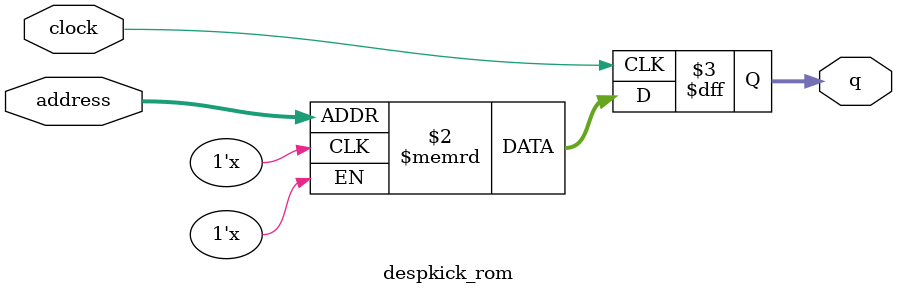
<source format=sv>
module despkick_rom (
	input logic clock,
	input logic [11:0] address,
	output logic [3:0] q
);

logic [3:0] memory [0:4095] /* synthesis ram_init_file = "./despkick/despkick.mif" */;

always_ff @ (posedge clock) begin
	q <= memory[address];
end

endmodule

</source>
